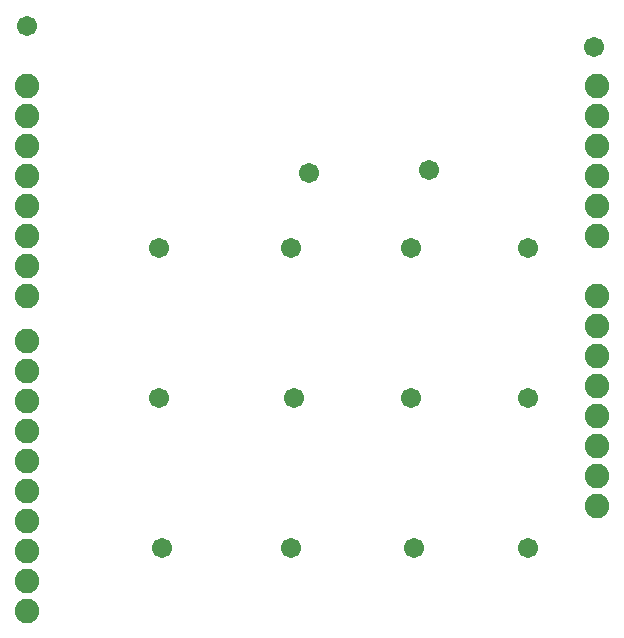
<source format=gbr>
G04 EAGLE Gerber X2 export*
%TF.Part,Single*%
%TF.FileFunction,Soldermask,Bot,1*%
%TF.FilePolarity,Negative*%
%TF.GenerationSoftware,Autodesk,EAGLE,9.1.3*%
%TF.CreationDate,2018-12-14T10:31:57Z*%
G75*
%MOMM*%
%FSLAX34Y34*%
%LPD*%
%AMOC8*
5,1,8,0,0,1.08239X$1,22.5*%
G01*
%ADD10C,2.082800*%
%ADD11C,1.703200*%


D10*
X518160Y309880D03*
X518160Y335280D03*
X518160Y360680D03*
X518160Y386080D03*
X518160Y411480D03*
X518160Y436880D03*
X518160Y487680D03*
X518160Y513080D03*
X518160Y538480D03*
X518160Y563880D03*
X518160Y589280D03*
X518160Y614680D03*
X35560Y614680D03*
X35560Y589280D03*
X35560Y563880D03*
X35560Y538480D03*
X35560Y513080D03*
X35560Y487680D03*
X35560Y462280D03*
X35560Y436880D03*
X35560Y398780D03*
X35560Y373380D03*
X35560Y347980D03*
X35560Y322580D03*
X35560Y297180D03*
X35560Y271780D03*
X35560Y246380D03*
X35560Y220980D03*
X35560Y195580D03*
X35560Y170180D03*
X518160Y284480D03*
X518160Y259080D03*
D11*
X147320Y350520D03*
X261620Y350520D03*
X360680Y350520D03*
X459740Y350520D03*
X147320Y477520D03*
X259080Y477520D03*
X360680Y477520D03*
X459740Y477520D03*
X459740Y223520D03*
X149860Y223520D03*
X259080Y223520D03*
X363220Y223520D03*
X274320Y541020D03*
X375920Y543560D03*
X35560Y665480D03*
X515620Y647700D03*
M02*

</source>
